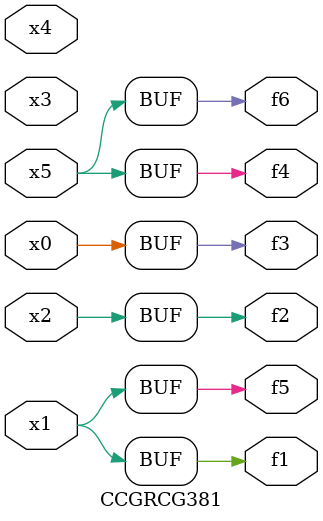
<source format=v>
module CCGRCG381(
	input x0, x1, x2, x3, x4, x5,
	output f1, f2, f3, f4, f5, f6
);
	assign f1 = x1;
	assign f2 = x2;
	assign f3 = x0;
	assign f4 = x5;
	assign f5 = x1;
	assign f6 = x5;
endmodule

</source>
